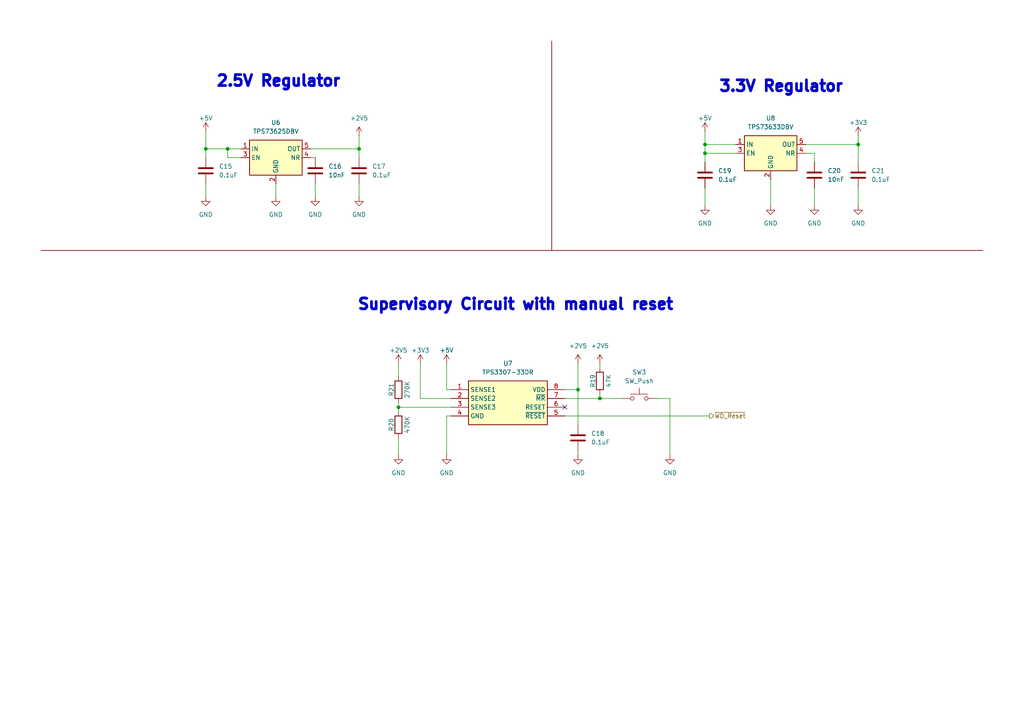
<source format=kicad_sch>
(kicad_sch (version 20250114) (generator "eeschema") (generator_version "9.0")
  (paper "A4")
  (title_block (title "SoM Programmer & Tester") (date "2024-12-20") (rev "0.1") (company "Technische Hochschule Köln") (comment 1 "Felix Sebastian Nitz"))
  (lib_symbols
    (symbol "Device:C" (pin_numbers (hide yes)) (pin_names (offset 0.254))
      (property "Reference" "C" (at 0.635 2.54 0))
      (property "Value" "C" (at 0.635 -2.54 0))
      (symbol "C_0_1"
        (polyline (pts (xy -2.032 0.762) (xy 2.032 0.762)) (stroke (width 0.508)))
        (polyline (pts (xy -2.032 -0.762) (xy 2.032 -0.762)) (stroke (width 0.508)))
      )
      (symbol "C_1_1"
        (pin passive line (at 0 3.81 270) (length 2.794) (name "~") (number "1"))
        (pin passive line (at 0 -3.81 90) (length 2.794) (name "~") (number "2"))
      )
    )
    (symbol "Device:R" (pin_numbers (hide yes)) (pin_names (offset 0))
      (property "Reference" "R" (at 2.032 0 90))
      (property "Value" "R" (at 0 0 90))
      (symbol "R_0_1"
        (rectangle (start -1.016 -2.54) (end 1.016 2.54) (stroke (width 0.254)))
      )
      (symbol "R_1_1"
        (pin passive line (at 0 3.81 270) (length 1.27) (name "~") (number "1"))
        (pin passive line (at 0 -3.81 90) (length 1.27) (name "~") (number "2"))
      )
    )
    (symbol "Regulator_Linear:TPS73625DBV"
      (property "Reference" "U" (at -6.35 6.35 0))
      (property "Value" "TPS73625DBV" (at 1.27 6.35 0))
      (symbol "TPS73625DBV_0_1"
        (rectangle (start -7.62 -5.08) (end 7.62 5.08) (stroke (width 0.254)) (fill (type background)))
      )
      (symbol "TPS73625DBV_1_1"
        (pin power_in line (at -10.16 2.54 0) (length 2.54) (name "IN") (number "1"))
        (pin input line (at -10.16 0 0) (length 2.54) (name "EN") (number "3"))
        (pin power_in line (at 0 -7.62 90) (length 2.54) (name "GND") (number "2"))
        (pin power_out line (at 10.16 2.54 180) (length 2.54) (name "OUT") (number "5"))
        (pin passive line (at 10.16 0 180) (length 2.54) (name "NR") (number "4"))
      )
    )
    (symbol "Regulator_Linear:TPS73633DBV"
      (property "Reference" "U" (at -6.35 6.35 0))
      (property "Value" "TPS73633DBV" (at 1.27 6.35 0))
      (symbol "TPS73633DBV_0_1"
        (rectangle (start -7.62 -5.08) (end 7.62 5.08) (stroke (width 0.254)) (fill (type background)))
      )
      (symbol "TPS73633DBV_1_1"
        (pin power_in line (at -10.16 2.54 0) (length 2.54) (name "IN") (number "1"))
        (pin input line (at -10.16 0 0) (length 2.54) (name "EN") (number "3"))
        (pin power_in line (at 0 -7.62 90) (length 2.54) (name "GND") (number "2"))
        (pin power_out line (at 10.16 2.54 180) (length 2.54) (name "OUT") (number "5"))
        (pin passive line (at 10.16 0 180) (length 2.54) (name "NR") (number "4"))
      )
    )
    (symbol "Switch:SW_Push" (pin_numbers (hide yes)) (pin_names (offset 1.016) (hide yes))
      (property "Reference" "SW" (at 1.27 2.54 0))
      (property "Value" "SW_Push" (at 0 -1.524 0))
      (symbol "SW_Push_0_1"
        (circle (center -2.032 0) (radius 0.508))
        (polyline (pts (xy 0 1.27) (xy 0 3.048)))
        (circle (center 2.032 0) (radius 0.508))
        (polyline (pts (xy 2.54 1.27) (xy -2.54 1.27)))
        (pin passive line (at -5.08 0 0) (length 2.54) (name "1") (number "1"))
        (pin passive line (at 5.08 0 180) (length 2.54) (name "2") (number "2"))
      )
    )
    (symbol "ccsom_lib:TPS3307-33DR"
      (property "Reference" "IC" (at 29.21 7.62 0))
      (property "Value" "TPS3307-33DR" (at 29.21 5.08 0))
      (symbol "TPS3307-33DR_1_1"
        (rectangle (start 5.08 2.54) (end 27.94 -10.16) (stroke (width 0.254)) (fill (type background)))
        (pin passive line (at 0 0 0) (length 5.08) (name "SENSE1") (number "1"))
        (pin passive line (at 0 -2.54 0) (length 5.08) (name "SENSE2") (number "2"))
        (pin passive line (at 0 -5.08 0) (length 5.08) (name "SENSE3") (number "3"))
        (pin passive line (at 0 -7.62 0) (length 5.08) (name "GND") (number "4"))
        (pin passive line (at 33.02 0 180) (length 5.08) (name "VDD") (number "8"))
        (pin passive line (at 33.02 -2.54 180) (length 5.08) (name "~{MR}") (number "7"))
        (pin passive line (at 33.02 -5.08 180) (length 5.08) (name "RESET") (number "6"))
        (pin passive line (at 33.02 -7.62 180) (length 5.08) (name "~{RESET}") (number "5"))
      )
    )
    (symbol "power:+2V5" (power) (pin_numbers (hide yes)) (pin_names (offset 0) (hide yes))
      (property "Value" "+2V5" (at 0 3.556 0))
      (symbol "+2V5_0_1"
        (polyline (pts (xy -0.762 1.27) (xy 0 2.54)))
        (polyline (pts (xy 0 2.54) (xy 0.762 1.27)))
        (polyline (pts (xy 0 0) (xy 0 2.54)))
      )
      (symbol "+2V5_1_1"
        (pin power_in line (at 0 0 90) (length 0) (name "~") (number "1"))
      )
    )
    (symbol "power:+5C" (power) (pin_numbers (hide yes)) (pin_names (offset 0) (hide yes))
      (property "Value" "+5C" (at 0 3.556 0))
      (symbol "+5C_0_1"
        (polyline (pts (xy -0.762 1.27) (xy 0 2.54)))
        (polyline (pts (xy 0 2.54) (xy 0.762 1.27)))
        (polyline (pts (xy 0 0) (xy 0 2.54)))
      )
      (symbol "+5C_1_1"
        (pin power_in line (at 0 0 90) (length 0) (name "~") (number "1"))
      )
    )
    (symbol "power:GND" (power) (pin_numbers (hide yes)) (pin_names (offset 0) (hide yes))
      (property "Value" "GND" (at 0 -3.81 0))
      (symbol "GND_0_1"
        (polyline (pts (xy 0 0) (xy 0 -1.27) (xy 1.27 -1.27) (xy 0 -2.54) (xy -1.27 -1.27) (xy 0 -1.27)))
      )
      (symbol "GND_1_1"
        (pin power_in line (at 0 0 270) (length 0) (name "~") (number "1"))
      )
    )
  )
  (text " Supervisory Circuit with manual reset" (at 148.336 88.392 0) (effects (font (size 3.175 3.175) (thickness 1.27) (bold yes))))
  (text "3.3V Regulator" (at 226.568 25.146 0) (effects (font (size 3.175 3.175) (thickness 1.27) (bold yes))))
  (text "2.5V Regulator" (at 80.772 23.622 0) (effects (font (size 3.175 3.175) (thickness 1.27) (bold yes))))
  (junction (at 173.99 115.57))
  (junction (at 204.47 44.45))
  (junction (at 115.57 118.11))
  (junction (at 59.69 43.18))
  (junction (at 248.92 41.91))
  (junction (at 66.04 43.18))
  (junction (at 204.47 41.91))
  (junction (at 104.14 43.18))
  (junction (at 167.64 113.03))
  (no_connect (at 163.83 118.11))
  (wire (pts (xy 173.99 106.68) (xy 173.99 105.41)))
  (wire (pts (xy 59.69 53.34) (xy 59.69 57.15)))
  (wire (pts (xy 121.92 105.41) (xy 121.92 115.57)))
  (wire (pts (xy 248.92 54.61) (xy 248.92 59.69)))
  (wire (pts (xy 129.54 120.65) (xy 130.81 120.65)))
  (wire (pts (xy 204.47 41.91) (xy 204.47 44.45)))
  (wire (pts (xy 115.57 127) (xy 115.57 132.08)))
  (wire (pts (xy 59.69 43.18) (xy 59.69 45.72)))
  (wire (pts (xy 66.04 43.18) (xy 66.04 45.72)))
  (wire (pts (xy 59.69 38.1) (xy 59.69 43.18)))
  (wire (pts (xy 121.92 115.57) (xy 130.81 115.57)))
  (wire (pts (xy 115.57 105.41) (xy 115.57 109.22)))
  (wire (pts (xy 173.99 114.3) (xy 173.99 115.57)))
  (wire (pts (xy 163.83 120.65) (xy 205.74 120.65)))
  (polyline (pts (xy 11.938 72.644) (xy 284.988 72.644)) (stroke (width 0.2) (color 132 0 0 1)))
  (wire (pts (xy 213.36 41.91) (xy 204.47 41.91)))
  (wire (pts (xy 167.64 113.03) (xy 167.64 123.19)))
  (wire (pts (xy 129.54 113.03) (xy 130.81 113.03)))
  (wire (pts (xy 59.69 43.18) (xy 66.04 43.18)))
  (wire (pts (xy 204.47 54.61) (xy 204.47 59.69)))
  (wire (pts (xy 90.17 45.72) (xy 91.44 45.72)))
  (wire (pts (xy 167.64 130.81) (xy 167.64 132.08)))
  (polyline (pts (xy 160.02 11.938) (xy 160.02 72.644)) (stroke (width 0.2) (color 132 0 0 1)))
  (wire (pts (xy 233.68 44.45) (xy 236.22 44.45)))
  (wire (pts (xy 163.83 113.03) (xy 167.64 113.03)))
  (wire (pts (xy 91.44 53.34) (xy 91.44 57.15)))
  (wire (pts (xy 194.31 115.57) (xy 194.31 132.08)))
  (wire (pts (xy 248.92 46.99) (xy 248.92 41.91)))
  (wire (pts (xy 115.57 118.11) (xy 115.57 119.38)))
  (wire (pts (xy 66.04 45.72) (xy 69.85 45.72)))
  (wire (pts (xy 80.01 53.34) (xy 80.01 57.15)))
  (wire (pts (xy 167.64 105.41) (xy 167.64 113.03)))
  (wire (pts (xy 190.5 115.57) (xy 194.31 115.57)))
  (wire (pts (xy 129.54 120.65) (xy 129.54 132.08)))
  (wire (pts (xy 173.99 115.57) (xy 180.34 115.57)))
  (wire (pts (xy 248.92 39.37) (xy 248.92 41.91)))
  (wire (pts (xy 204.47 38.1) (xy 204.47 41.91)))
  (wire (pts (xy 104.14 43.18) (xy 104.14 45.72)))
  (wire (pts (xy 163.83 115.57) (xy 173.99 115.57)))
  (wire (pts (xy 236.22 44.45) (xy 236.22 46.99)))
  (wire (pts (xy 204.47 46.99) (xy 204.47 44.45)))
  (wire (pts (xy 115.57 118.11) (xy 130.81 118.11)))
  (wire (pts (xy 204.47 44.45) (xy 213.36 44.45)))
  (wire (pts (xy 129.54 105.41) (xy 129.54 113.03)))
  (wire (pts (xy 236.22 54.61) (xy 236.22 59.69)))
  (wire (pts (xy 90.17 43.18) (xy 104.14 43.18)))
  (wire (pts (xy 104.14 53.34) (xy 104.14 57.15)))
  (wire (pts (xy 104.14 39.37) (xy 104.14 43.18)))
  (wire (pts (xy 66.04 43.18) (xy 69.85 43.18)))
  (wire (pts (xy 115.57 116.84) (xy 115.57 118.11)))
  (wire (pts (xy 233.68 41.91) (xy 248.92 41.91)))
  (wire (pts (xy 223.52 52.07) (xy 223.52 59.69)))
  (hierarchical_label "~{WD_Reset}" (shape output) (at 205.74 120.65 0))
  (symbol (lib_id "power:GND") (at 91.44 57.15 0) (unit 1)
    (property "Reference" "#PWR085" (effects (hide yes)))
    (property "Value" "GND" (at 91.44 62.23 0))
    (property "Description" "Power symbol creates a global label with name \"GND\" , ground" (effects (hide yes)))
  )
  (symbol (lib_id "Regulator_Linear:TPS73625DBV") (at 80.01 45.72 0) (unit 1)
    (property "Reference" "U6" (at 80.01 35.56 0))
    (property "Value" "TPS73625DBV" (at 80.01 38.1 0))
    (property "Footprint" "Package_TO_SOT_SMD:SOT-23-5" (effects (hide yes)))
    (property "Datasheet" "http://www.ti.com/lit/ds/symlink/tps736.pdf" (effects (hide yes)))
    (property "Description" "Cap free NMOS 400mA Low Drop 2.5V Regulator, SOT-23-5" (effects (hide yes)))
    (property "Mouser Part Number" "595-TPS73625DBVT" (effects (hide yes)))
    (property "Height" "1.75" (effects (hide yes)))
    (property "Manufacturer_Name" "Texas Instruments" (effects (hide yes)))
    (property "Manufacturer_Part_Number" "TPS3307-33DR" (effects (hide yes)))
    (property "Mouser Price/Stock" "https://www.mouser.co.uk/ProductDetail/Texas-Instruments/TPS3307-33DR?qs=g%2FrhRe7LVpT4WdTNIYlIAw%3D%3D" (effects (hide yes)))
  )
  (symbol (lib_id "power:GND") (at 115.57 132.08 0) (unit 1)
    (property "Reference" "#PWR089" (effects (hide yes)))
    (property "Value" "GND" (at 115.57 137.16 0))
    (property "Description" "Power symbol creates a global label with name \"GND\" , ground" (effects (hide yes)))
  )
  (symbol (lib_id "power:+5C") (at 121.92 105.41 0) (unit 1)
    (property "Reference" "#PWR090" (effects (hide yes)))
    (property "Value" "+3V3" (at 121.92 101.6 0))
    (property "Description" "Power symbol creates a global label with name \"+5C\"" (effects (hide yes)))
  )
  (symbol (lib_id "Device:R") (at 173.99 110.49 0) (mirror y) (unit 1)
    (property "Reference" "R19" (at 171.958 110.49 90))
    (property "Value" "47K" (at 176.53 110.49 90))
    (property "Footprint" "Resistor_SMD:R_0603_1608Metric" (effects (hide yes)))
    (property "Description" "Resistor" (effects (hide yes)))
    (property "Mouser Part Number" "71-CRCW060347K0FKED" (effects (hide yes)))
  )
  (symbol (lib_id "power:GND") (at 104.14 57.15 0) (unit 1)
    (property "Reference" "#PWR087" (effects (hide yes)))
    (property "Value" "GND" (at 104.14 62.23 0))
    (property "Description" "Power symbol creates a global label with name \"GND\" , ground" (effects (hide yes)))
  )
  (symbol (lib_id "power:GND") (at 129.54 132.08 0) (unit 1)
    (property "Reference" "#PWR092" (effects (hide yes)))
    (property "Value" "GND" (at 129.54 137.16 0))
    (property "Description" "Power symbol creates a global label with name \"GND\" , ground" (effects (hide yes)))
  )
  (symbol (lib_id "power:+5C") (at 59.69 38.1 0) (unit 1)
    (property "Reference" "#PWR082" (effects (hide yes)))
    (property "Value" "+5V" (at 59.69 34.29 0))
    (property "Description" "Power symbol creates a global label with name \"+5C\"" (effects (hide yes)))
  )
  (symbol (lib_id "power:GND") (at 80.01 57.15 0) (unit 1)
    (property "Reference" "#PWR084" (effects (hide yes)))
    (property "Value" "GND" (at 80.01 62.23 0))
    (property "Description" "Power symbol creates a global label with name \"GND\" , ground" (effects (hide yes)))
  )
  (symbol (lib_id "Device:C") (at 236.22 50.8 0) (unit 1)
    (property "Reference" "C20" (at 240.03 49.5299 0) (effects (justify left)))
    (property "Value" "10nF" (at 240.03 52.0699 0) (effects (justify left)))
    (property "Footprint" "Capacitor_SMD:C_0603_1608Metric" (effects (hide yes)))
    (property "Description" "Unpolarized capacitor" (effects (hide yes)))
    (property "Mouser Part Number" "80-C0603X103J4HAUTO" (effects (hide yes)))
  )
  (symbol (lib_id "power:+2V5") (at 115.57 105.41 0) (unit 1)
    (property "Reference" "#PWR088" (effects (hide yes)))
    (property "Value" "+2V5" (at 115.57 101.6 0))
    (property "Description" "Power symbol creates a global label with name \"+2V5\"" (effects (hide yes)))
  )
  (symbol (lib_id "power:+5C") (at 248.92 39.37 0) (unit 1)
    (property "Reference" "#PWR0101" (effects (hide yes)))
    (property "Value" "+3V3" (at 248.92 35.56 0))
    (property "Description" "Power symbol creates a global label with name \"+5C\"" (effects (hide yes)))
  )
  (symbol (lib_id "power:GND") (at 194.31 132.08 0) (unit 1)
    (property "Reference" "#PWR096" (effects (hide yes)))
    (property "Value" "GND" (at 194.31 137.16 0))
    (property "Description" "Power symbol creates a global label with name \"GND\" , ground" (effects (hide yes)))
  )
  (symbol (lib_id "power:GND") (at 223.52 59.69 0) (unit 1)
    (property "Reference" "#PWR099" (effects (hide yes)))
    (property "Value" "GND" (at 223.52 64.77 0))
    (property "Description" "Power symbol creates a global label with name \"GND\" , ground" (effects (hide yes)))
  )
  (symbol (lib_id "power:GND") (at 204.47 59.69 0) (unit 1)
    (property "Reference" "#PWR098" (effects (hide yes)))
    (property "Value" "GND" (at 204.47 64.77 0))
    (property "Description" "Power symbol creates a global label with name \"GND\" , ground" (effects (hide yes)))
  )
  (symbol (lib_id "power:GND") (at 167.64 132.08 0) (unit 1)
    (property "Reference" "#PWR094" (effects (hide yes)))
    (property "Value" "GND" (at 167.64 137.16 0))
    (property "Description" "Power symbol creates a global label with name \"GND\" , ground" (effects (hide yes)))
  )
  (symbol (lib_id "ccsom_lib:TPS3307-33DR") (at 130.81 113.03 0) (unit 1)
    (property "Reference" "U7" (at 147.32 105.41 0))
    (property "Value" "TPS3307-33DR" (at 147.32 107.95 0))
    (property "Footprint" "ccsom_Footprint_lib:SOIC-8_5.8x3.81mm" (effects (hide yes)))
    (property "Datasheet" "http://www.ti.com/lit/gpn/tps3307" (effects (hide yes)))
    (property "Description" "Triple Processor Supervisory Circuit" (effects (hide yes)))
    (property "Height" "1.75" (effects (hide yes)))
    (property "Mouser Part Number" "595-TPS3307-33DR" (effects (hide yes)))
    (property "Mouser Price/Stock" "https://www.mouser.co.uk/ProductDetail/Texas-Instruments/TPS3307-33DR?qs=g%2FrhRe7LVpT4WdTNIYlIAw%3D%3D" (effects (hide yes)))
    (property "Manufacturer_Name" "Texas Instruments" (effects (hide yes)))
    (property "Manufacturer_Part_Number" "TPS3307-33DR" (effects (hide yes)))
  )
  (symbol (lib_id "power:+2V5") (at 173.99 105.41 0) (unit 1)
    (property "Reference" "#PWR095" (effects (hide yes)))
    (property "Value" "+2V5" (at 173.99 100.33 0))
    (property "Description" "Power symbol creates a global label with name \"+2V5\"" (effects (hide yes)))
  )
  (symbol (lib_id "power:GND") (at 59.69 57.15 0) (unit 1)
    (property "Reference" "#PWR083" (effects (hide yes)))
    (property "Value" "GND" (at 59.69 62.23 0))
    (property "Description" "Power symbol creates a global label with name \"GND\" , ground" (effects (hide yes)))
  )
  (symbol (lib_id "power:GND") (at 236.22 59.69 0) (unit 1)
    (property "Reference" "#PWR0100" (effects (hide yes)))
    (property "Value" "GND" (at 236.22 64.77 0))
    (property "Description" "Power symbol creates a global label with name \"GND\" , ground" (effects (hide yes)))
  )
  (symbol (lib_id "Device:C") (at 248.92 50.8 0) (unit 1)
    (property "Reference" "C21" (at 252.73 49.5299 0) (effects (justify left)))
    (property "Value" "0.1uF" (at 252.73 52.0699 0) (effects (justify left)))
    (property "Footprint" "Capacitor_SMD:C_0603_1608Metric" (effects (hide yes)))
    (property "Description" "Unpolarized capacitor" (effects (hide yes)))
    (property "Mouser Part Number" "80-C0603C104M4R7411" (effects (hide yes)))
  )
  (symbol (lib_id "power:GND") (at 248.92 59.69 0) (unit 1)
    (property "Reference" "#PWR0102" (effects (hide yes)))
    (property "Value" "GND" (at 248.92 64.77 0))
    (property "Description" "Power symbol creates a global label with name \"GND\" , ground" (effects (hide yes)))
  )
  (symbol (lib_id "Device:C") (at 104.14 49.53 0) (unit 1)
    (property "Reference" "C17" (at 107.95 48.2599 0) (effects (justify left)))
    (property "Value" "0.1uF" (at 107.95 50.7999 0) (effects (justify left)))
    (property "Footprint" "Capacitor_SMD:C_0603_1608Metric" (effects (hide yes)))
    (property "Description" "Unpolarized capacitor" (effects (hide yes)))
    (property "Mouser Part Number" "80-C0603C104M4R7411" (effects (hide yes)))
  )
  (symbol (lib_id "Device:C") (at 204.47 50.8 0) (unit 1)
    (property "Reference" "C19" (at 208.28 49.5299 0) (effects (justify left)))
    (property "Value" "0.1uF" (at 208.28 52.0699 0) (effects (justify left)))
    (property "Footprint" "Capacitor_SMD:C_0603_1608Metric" (effects (hide yes)))
    (property "Description" "Unpolarized capacitor" (effects (hide yes)))
    (property "Mouser Part Number" "80-C0603C104M4R7411" (effects (hide yes)))
  )
  (symbol (lib_id "Device:C") (at 91.44 49.53 0) (unit 1)
    (property "Reference" "C16" (at 95.25 48.2599 0) (effects (justify left)))
    (property "Value" "10nF" (at 95.25 50.7999 0) (effects (justify left)))
    (property "Footprint" "Capacitor_SMD:C_0603_1608Metric" (effects (hide yes)))
    (property "Description" "Unpolarized capacitor" (effects (hide yes)))
    (property "Mouser Part Number" "80-C0603X103J4HAUTO" (effects (hide yes)))
  )
  (symbol (lib_id "Device:R") (at 115.57 123.19 0) (mirror y) (unit 1)
    (property "Reference" "R20" (at 113.538 123.19 90))
    (property "Value" "470K" (at 118.11 123.19 90))
    (property "Footprint" "Resistor_SMD:R_0603_1608Metric" (effects (hide yes)))
    (property "Description" "Resistor" (effects (hide yes)))
    (property "Mouser Part Number" "71-CRCW0603470KFKEAH" (effects (hide yes)))
  )
  (symbol (lib_id "power:+5C") (at 204.47 38.1 0) (unit 1)
    (property "Reference" "#PWR097" (effects (hide yes)))
    (property "Value" "+5V" (at 204.47 34.29 0))
    (property "Description" "Power symbol creates a global label with name \"+5C\"" (effects (hide yes)))
  )
  (symbol (lib_id "power:+5C") (at 129.54 105.41 0) (unit 1)
    (property "Reference" "#PWR091" (effects (hide yes)))
    (property "Value" "+5V" (at 129.54 101.6 0))
    (property "Description" "Power symbol creates a global label with name \"+5C\"" (effects (hide yes)))
  )
  (symbol (lib_id "Device:R") (at 115.57 113.03 0) (mirror y) (unit 1)
    (property "Reference" "R21" (at 113.538 113.03 90))
    (property "Value" "270K" (at 118.11 113.03 90))
    (property "Footprint" "Resistor_SMD:R_0603_1608Metric" (effects (hide yes)))
    (property "Description" "Resistor" (effects (hide yes)))
    (property "Mouser Part Number" "71-CRCW0603-270K-E3" (effects (hide yes)))
  )
  (symbol (lib_id "Regulator_Linear:TPS73633DBV") (at 223.52 44.45 0) (unit 1)
    (property "Reference" "U8" (at 223.52 34.29 0))
    (property "Value" "TPS73633DBV" (at 223.52 36.83 0))
    (property "Footprint" "ccsom_Footprint_lib:SOIC-8_5.8x3.81mm" (effects (hide yes)))
    (property "Datasheet" "http://www.ti.com/lit/ds/symlink/tps736.pdf" (effects (hide yes)))
    (property "Description" "Cap free NMOS 400mA Low Drop 3.3V Regulator, SOT-23-5" (effects (hide yes)))
    (property "Mouser Part Number" "595-TPS73633DBVRG4" (effects (hide yes)))
    (property "Height" "1.75" (effects (hide yes)))
    (property "Manufacturer_Name" "Texas Instruments" (effects (hide yes)))
    (property "Manufacturer_Part_Number" "TPS3307-33DR" (effects (hide yes)))
    (property "Mouser Price/Stock" "https://www.mouser.co.uk/ProductDetail/Texas-Instruments/TPS3307-33DR?qs=g%2FrhRe7LVpT4WdTNIYlIAw%3D%3D" (effects (hide yes)))
  )
  (symbol (lib_id "Device:C") (at 59.69 49.53 0) (unit 1)
    (property "Reference" "C15" (at 63.5 48.2599 0) (effects (justify left)))
    (property "Value" "0.1uF" (at 63.5 50.7999 0) (effects (justify left)))
    (property "Footprint" "Capacitor_SMD:C_0603_1608Metric" (effects (hide yes)))
    (property "Description" "Unpolarized capacitor" (effects (hide yes)))
    (property "Mouser Part Number" "80-C0603C104M4R7411" (effects (hide yes)))
  )
  (symbol (lib_id "Switch:SW_Push") (at 185.42 115.57 0) (unit 1)
    (property "Reference" "SW3" (at 185.42 107.95 0))
    (property "Value" "SW_Push" (at 185.42 110.49 0))
    (property "Footprint" "Button_Switch_SMD:SW_SPST_TL3305A" (effects (hide yes)))
    (property "Description" "Push button switch, generic, two pins" (effects (hide yes)))
    (property "Mouser Part Number" "612-TL3305AF260QG" (effects (hide yes)))
  )
  (symbol (lib_id "power:+2V5") (at 104.14 39.37 0) (unit 1)
    (property "Reference" "#PWR086" (effects (hide yes)))
    (property "Value" "+2V5" (at 104.14 34.29 0))
    (property "Description" "Power symbol creates a global label with name \"+2V5\"" (effects (hide yes)))
  )
  (symbol (lib_id "power:+2V5") (at 167.64 105.41 0) (unit 1)
    (property "Reference" "#PWR093" (effects (hide yes)))
    (property "Value" "+2V5" (at 167.64 100.33 0))
    (property "Description" "Power symbol creates a global label with name \"+2V5\"" (effects (hide yes)))
  )
  (symbol (lib_id "Device:C") (at 167.64 127 0) (unit 1)
    (property "Reference" "C18" (at 171.45 125.7299 0) (effects (justify left)))
    (property "Value" "0.1uF" (at 171.45 128.2699 0) (effects (justify left)))
    (property "Footprint" "Capacitor_SMD:C_0603_1608Metric" (effects (hide yes)))
    (property "Description" "Unpolarized capacitor" (effects (hide yes)))
    (property "Mouser Part Number" "80-C0603C104M4R7411" (effects (hide yes)))
  )
)
</source>
